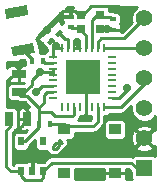
<source format=gtl>
G04 (created by PCBNEW (2013-jul-07)-stable) date Sun 10 Jul 2016 07:30:01 PM EDT*
%MOIN*%
G04 Gerber Fmt 3.4, Leading zero omitted, Abs format*
%FSLAX34Y34*%
G01*
G70*
G90*
G04 APERTURE LIST*
%ADD10C,0.00590551*%
%ADD11R,0.02X0.03*%
%ADD12R,0.045X0.025*%
%ADD13R,0.025X0.045*%
%ADD14R,0.0236X0.0157*%
%ADD15R,0.0157X0.0236*%
%ADD16R,0.01X0.03*%
%ADD17R,0.03X0.01*%
%ADD18R,0.1181X0.1181*%
%ADD19R,0.0275591X0.0275591*%
%ADD20R,0.0393701X0.0354331*%
%ADD21R,0.055X0.055*%
%ADD22C,0.055*%
%ADD23C,0.029*%
%ADD24C,0.0095*%
%ADD25C,0.011*%
G04 APERTURE END LIST*
G54D10*
G36*
X18201Y-14049D02*
X18938Y-13919D01*
X18993Y-14229D01*
X18256Y-14359D01*
X18201Y-14049D01*
X18201Y-14049D01*
G37*
G36*
X18424Y-15309D02*
X19160Y-15180D01*
X19215Y-15490D01*
X18478Y-15620D01*
X18424Y-15309D01*
X18424Y-15309D01*
G37*
G54D11*
X18737Y-19441D03*
X19487Y-19441D03*
X18737Y-18441D03*
X19112Y-19441D03*
X19487Y-18441D03*
G54D12*
X18666Y-16806D03*
X18666Y-16206D03*
G54D13*
X18350Y-17700D03*
X18950Y-17700D03*
G54D14*
X21800Y-14727D03*
X21800Y-14373D03*
X20396Y-14291D03*
X20396Y-14645D03*
G54D15*
X19122Y-15775D03*
X19476Y-15775D03*
G54D10*
G36*
X19880Y-15065D02*
X19713Y-15232D01*
X19602Y-15121D01*
X19769Y-14954D01*
X19880Y-15065D01*
X19880Y-15065D01*
G37*
G36*
X19629Y-14814D02*
X19462Y-14981D01*
X19351Y-14870D01*
X19518Y-14703D01*
X19629Y-14814D01*
X19629Y-14814D01*
G37*
G54D16*
X20314Y-15336D03*
X20511Y-15336D03*
X20708Y-15336D03*
X20117Y-15336D03*
G54D17*
X19822Y-15631D03*
X19822Y-15828D03*
X19822Y-16025D03*
X19822Y-16222D03*
X19822Y-16418D03*
X19822Y-16615D03*
X19822Y-16812D03*
X19822Y-17009D03*
G54D16*
X21495Y-17304D03*
X20117Y-17304D03*
X20314Y-17304D03*
X20511Y-17304D03*
X20708Y-17304D03*
X20904Y-17304D03*
X21101Y-17304D03*
X21298Y-17304D03*
G54D17*
X21790Y-17009D03*
X21790Y-16812D03*
X21790Y-16615D03*
X21790Y-16418D03*
X21790Y-16222D03*
X21790Y-16025D03*
X21790Y-15828D03*
X21790Y-15631D03*
G54D16*
X21495Y-15336D03*
X21298Y-15336D03*
X21101Y-15336D03*
X20904Y-15336D03*
G54D18*
X20806Y-16320D03*
G54D19*
X20759Y-14698D03*
X21388Y-14225D03*
X20759Y-14225D03*
X21388Y-14698D03*
G54D10*
G36*
X19615Y-14608D02*
X19782Y-14441D01*
X19893Y-14552D01*
X19726Y-14719D01*
X19615Y-14608D01*
X19615Y-14608D01*
G37*
G36*
X19866Y-14859D02*
X20033Y-14692D01*
X20144Y-14803D01*
X19977Y-14970D01*
X19866Y-14859D01*
X19866Y-14859D01*
G37*
G54D20*
X20187Y-18046D03*
X21880Y-18046D03*
X20187Y-19503D03*
X21880Y-19503D03*
G54D15*
X19701Y-17872D03*
X19347Y-17872D03*
G54D21*
X22856Y-19350D03*
G54D22*
X22856Y-18350D03*
X22856Y-17350D03*
X22856Y-16350D03*
X22856Y-15350D03*
X22856Y-14350D03*
G54D23*
X22274Y-16666D03*
X19361Y-16136D03*
X19896Y-15268D03*
X20608Y-15130D03*
X19000Y-18900D03*
X21335Y-19544D03*
X22203Y-14180D03*
X19444Y-15316D03*
X20907Y-17658D03*
X21315Y-18480D03*
X21604Y-14698D03*
X20810Y-16324D03*
X21144Y-16666D03*
X20466Y-16668D03*
X20450Y-15976D03*
X21136Y-15984D03*
X19617Y-14730D03*
X18676Y-15930D03*
X19249Y-16812D03*
G54D24*
X20100Y-18500D02*
X20000Y-18400D01*
X20000Y-18400D02*
X20000Y-18600D01*
X20000Y-18600D02*
X19900Y-18700D01*
X19900Y-18700D02*
X19800Y-18700D01*
X19800Y-18700D02*
X19800Y-18600D01*
X19800Y-18600D02*
X19900Y-18500D01*
X19900Y-18500D02*
X20100Y-18500D01*
X18737Y-18441D02*
X18874Y-18441D01*
X18874Y-18441D02*
X19347Y-17968D01*
X19347Y-17968D02*
X19347Y-17872D01*
X19361Y-16136D02*
X19372Y-16125D01*
X19372Y-16125D02*
X19822Y-16125D01*
X19822Y-16812D02*
X19606Y-16812D01*
X19606Y-16812D02*
X19526Y-16892D01*
X19526Y-16892D02*
X19526Y-17146D01*
X19526Y-17146D02*
X19347Y-17325D01*
X20511Y-17304D02*
X20511Y-17567D01*
X20511Y-17567D02*
X20460Y-17618D01*
X20460Y-17618D02*
X19876Y-17618D01*
X19876Y-17618D02*
X19732Y-17474D01*
X19732Y-17474D02*
X19347Y-17474D01*
X21790Y-17009D02*
X22005Y-17009D01*
X22005Y-17009D02*
X22274Y-16740D01*
X22274Y-16740D02*
X22274Y-16666D01*
X19361Y-16136D02*
X19098Y-16399D01*
X19098Y-16399D02*
X19098Y-16556D01*
X19098Y-16556D02*
X18724Y-16930D01*
X19347Y-17872D02*
X19347Y-17474D01*
X19347Y-17474D02*
X19347Y-17325D01*
X19347Y-17325D02*
X19347Y-17323D01*
X19347Y-17323D02*
X18954Y-16930D01*
X18954Y-16930D02*
X18724Y-16930D01*
X19822Y-16025D02*
X19822Y-16125D01*
X19822Y-16125D02*
X19822Y-16222D01*
X19896Y-15268D02*
X19896Y-15204D01*
X19896Y-15204D02*
X19721Y-15029D01*
X19822Y-15631D02*
X19822Y-15342D01*
X19822Y-15342D02*
X19896Y-15268D01*
X20608Y-15336D02*
X20608Y-15130D01*
X19964Y-15336D02*
X20117Y-15336D01*
X19896Y-15268D02*
X19964Y-15336D01*
X20708Y-15336D02*
X20608Y-15336D01*
X20608Y-15336D02*
X20511Y-15336D01*
X22856Y-19350D02*
X22598Y-19350D01*
X22598Y-19350D02*
X22403Y-19155D01*
X22403Y-19155D02*
X19773Y-19155D01*
X19773Y-19155D02*
X19487Y-19441D01*
X18737Y-19441D02*
X18737Y-19614D01*
X18737Y-19614D02*
X18865Y-19742D01*
X18865Y-19742D02*
X19395Y-19742D01*
X19395Y-19742D02*
X19487Y-19650D01*
X19487Y-19650D02*
X19487Y-19441D01*
X18366Y-17686D02*
X18366Y-17963D01*
X18366Y-17963D02*
X18257Y-18072D01*
X18257Y-18072D02*
X18257Y-19297D01*
X18257Y-19297D02*
X18401Y-19441D01*
X18401Y-19441D02*
X18737Y-19441D01*
X22702Y-19503D02*
X22856Y-19350D01*
X22663Y-19406D02*
X22860Y-19210D01*
X19000Y-18900D02*
X19000Y-19000D01*
X19000Y-19000D02*
X18977Y-19022D01*
X20396Y-14291D02*
X20367Y-14262D01*
X20367Y-14262D02*
X20367Y-14090D01*
X19843Y-14398D02*
X19754Y-14486D01*
X19754Y-14486D02*
X19754Y-14580D01*
X21880Y-19503D02*
X21375Y-19503D01*
X21375Y-19503D02*
X21335Y-19544D01*
X21168Y-18893D02*
X22313Y-18893D01*
X22313Y-18893D02*
X22856Y-18350D01*
X20759Y-14225D02*
X20806Y-14225D01*
X20806Y-14225D02*
X21090Y-13942D01*
X21090Y-13942D02*
X21965Y-13942D01*
X21965Y-13942D02*
X22203Y-14180D01*
X19444Y-15316D02*
X19323Y-15195D01*
X19323Y-15195D02*
X19323Y-14926D01*
X19323Y-14926D02*
X19470Y-14778D01*
X20904Y-17304D02*
X20904Y-17655D01*
X20904Y-17655D02*
X20907Y-17658D01*
X21880Y-19503D02*
X21778Y-19503D01*
X21168Y-18893D02*
X19006Y-18893D01*
X19006Y-18893D02*
X18927Y-18972D01*
X18802Y-17888D02*
X18473Y-18217D01*
X18473Y-18217D02*
X18473Y-18657D01*
X18473Y-18657D02*
X18788Y-18972D01*
X18788Y-18972D02*
X18927Y-18972D01*
X18927Y-18972D02*
X18977Y-19022D01*
X18977Y-19022D02*
X19130Y-19175D01*
X19130Y-19175D02*
X19130Y-19423D01*
X19130Y-19423D02*
X19112Y-19441D01*
X18966Y-17686D02*
X18966Y-17424D01*
X18966Y-17424D02*
X18840Y-17298D01*
X18840Y-17298D02*
X18384Y-17298D01*
X18384Y-17298D02*
X18264Y-17178D01*
X18264Y-17178D02*
X18264Y-16432D01*
X18264Y-16432D02*
X18366Y-16330D01*
X18366Y-16330D02*
X18680Y-16060D01*
X18802Y-17888D02*
X18802Y-17850D01*
X18802Y-17850D02*
X18966Y-17686D01*
X18820Y-17870D02*
X18802Y-17888D01*
X21388Y-14698D02*
X21604Y-14698D01*
X21604Y-14698D02*
X21714Y-14698D01*
X21714Y-14698D02*
X21754Y-14659D01*
X20759Y-14225D02*
X20673Y-14225D01*
X20673Y-14225D02*
X20538Y-14090D01*
X20538Y-14090D02*
X20367Y-14090D01*
X20367Y-14090D02*
X20151Y-14090D01*
X20151Y-14090D02*
X20056Y-14184D01*
X20904Y-17304D02*
X20904Y-16418D01*
X20904Y-16418D02*
X20806Y-16320D01*
X20810Y-16324D02*
X20806Y-16320D01*
X21144Y-16666D02*
X20806Y-16328D01*
X20806Y-16328D02*
X20806Y-16320D01*
X20466Y-16668D02*
X20806Y-16328D01*
X20806Y-16328D02*
X20806Y-16320D01*
X20450Y-15976D02*
X20794Y-16320D01*
X20794Y-16320D02*
X20806Y-16320D01*
X20806Y-16314D02*
X20806Y-16320D01*
X21136Y-15984D02*
X20806Y-16314D01*
X19770Y-14478D02*
X19770Y-14470D01*
X19770Y-14470D02*
X19843Y-14398D01*
X19843Y-14398D02*
X20056Y-14184D01*
X19470Y-14778D02*
X19770Y-14478D01*
X18680Y-16060D02*
X18608Y-15998D01*
X19470Y-14749D02*
X19470Y-14778D01*
X19617Y-14730D02*
X19470Y-14749D01*
X18608Y-15998D02*
X18676Y-15930D01*
X20243Y-17949D02*
X21146Y-17949D01*
X21146Y-17949D02*
X21298Y-17798D01*
X21298Y-17798D02*
X21298Y-17304D01*
X19701Y-17872D02*
X20165Y-17872D01*
X20165Y-17872D02*
X20243Y-17949D01*
X22856Y-16350D02*
X22856Y-16529D01*
X22856Y-16529D02*
X22073Y-17312D01*
X22073Y-17312D02*
X21503Y-17312D01*
X21503Y-17312D02*
X21495Y-17304D01*
X20396Y-14645D02*
X20417Y-14666D01*
X20417Y-14666D02*
X20538Y-14666D01*
X20655Y-14666D02*
X20904Y-14915D01*
X20904Y-14915D02*
X20904Y-15336D01*
X20538Y-14666D02*
X20655Y-14666D01*
X20005Y-14831D02*
X20196Y-15022D01*
X20196Y-15022D02*
X20314Y-15022D01*
X20314Y-15336D02*
X20314Y-15022D01*
X21754Y-14305D02*
X21468Y-14305D01*
X21468Y-14305D02*
X21388Y-14225D01*
X21101Y-15336D02*
X21101Y-14399D01*
X21101Y-14399D02*
X21274Y-14225D01*
X21274Y-14225D02*
X21388Y-14225D01*
X19122Y-15775D02*
X19122Y-15702D01*
X19122Y-15702D02*
X18819Y-15400D01*
X18814Y-15423D02*
X18852Y-15461D01*
X19822Y-15828D02*
X19529Y-15828D01*
X19529Y-15828D02*
X19476Y-15775D01*
X19249Y-16812D02*
X19446Y-16615D01*
X19446Y-16615D02*
X19491Y-16615D01*
X19822Y-16615D02*
X19491Y-16615D01*
X22856Y-15350D02*
X21509Y-15350D01*
X21509Y-15350D02*
X21495Y-15336D01*
X21298Y-15336D02*
X21298Y-15125D01*
X21298Y-15125D02*
X21405Y-15018D01*
X21405Y-15018D02*
X22188Y-15018D01*
X22188Y-15018D02*
X22856Y-14350D01*
G54D10*
G36*
X18878Y-15905D02*
X18856Y-15905D01*
X18714Y-15906D01*
X18671Y-15949D01*
X18671Y-16201D01*
X18678Y-16201D01*
X18678Y-16211D01*
X18671Y-16211D01*
X18671Y-16462D01*
X18714Y-16506D01*
X18847Y-16506D01*
X18837Y-16515D01*
X18408Y-16515D01*
X18347Y-16541D01*
X18301Y-16587D01*
X18284Y-16627D01*
X18284Y-16410D01*
X18292Y-16430D01*
X18341Y-16479D01*
X18406Y-16505D01*
X18475Y-16506D01*
X18617Y-16506D01*
X18661Y-16462D01*
X18661Y-16211D01*
X18653Y-16211D01*
X18653Y-16201D01*
X18661Y-16201D01*
X18661Y-15949D01*
X18617Y-15906D01*
X18475Y-15905D01*
X18406Y-15906D01*
X18341Y-15932D01*
X18292Y-15982D01*
X18284Y-16001D01*
X18284Y-15805D01*
X18672Y-15805D01*
X18735Y-15742D01*
X18842Y-15723D01*
X18878Y-15759D01*
X18878Y-15905D01*
X18878Y-15905D01*
G37*
G54D25*
X18878Y-15905D02*
X18856Y-15905D01*
X18714Y-15906D01*
X18671Y-15949D01*
X18671Y-16201D01*
X18678Y-16201D01*
X18678Y-16211D01*
X18671Y-16211D01*
X18671Y-16462D01*
X18714Y-16506D01*
X18847Y-16506D01*
X18837Y-16515D01*
X18408Y-16515D01*
X18347Y-16541D01*
X18301Y-16587D01*
X18284Y-16627D01*
X18284Y-16410D01*
X18292Y-16430D01*
X18341Y-16479D01*
X18406Y-16505D01*
X18475Y-16506D01*
X18617Y-16506D01*
X18661Y-16462D01*
X18661Y-16211D01*
X18653Y-16211D01*
X18653Y-16201D01*
X18661Y-16201D01*
X18661Y-15949D01*
X18617Y-15906D01*
X18475Y-15905D01*
X18406Y-15906D01*
X18341Y-15932D01*
X18292Y-15982D01*
X18284Y-16001D01*
X18284Y-15805D01*
X18672Y-15805D01*
X18735Y-15742D01*
X18842Y-15723D01*
X18878Y-15759D01*
X18878Y-15905D01*
G54D10*
G36*
X20477Y-13984D02*
X20472Y-13988D01*
X20452Y-14037D01*
X20444Y-14037D01*
X20401Y-14081D01*
X20401Y-14286D01*
X20408Y-14286D01*
X20408Y-14296D01*
X20401Y-14296D01*
X20401Y-14303D01*
X20391Y-14303D01*
X20391Y-14296D01*
X20146Y-14296D01*
X20103Y-14339D01*
X20102Y-14404D01*
X20129Y-14468D01*
X20136Y-14475D01*
X20113Y-14533D01*
X20113Y-14546D01*
X20068Y-14528D01*
X20068Y-14517D01*
X20042Y-14453D01*
X19996Y-14408D01*
X19934Y-14408D01*
X19761Y-14580D01*
X19767Y-14586D01*
X19760Y-14593D01*
X19754Y-14587D01*
X19672Y-14670D01*
X19670Y-14670D01*
X19497Y-14842D01*
X19503Y-14848D01*
X19496Y-14855D01*
X19490Y-14849D01*
X19318Y-15022D01*
X19318Y-15084D01*
X19363Y-15130D01*
X19427Y-15156D01*
X19438Y-15156D01*
X19462Y-15214D01*
X19508Y-15260D01*
X19592Y-15344D01*
X19609Y-15386D01*
X19609Y-15428D01*
X19578Y-15441D01*
X19532Y-15487D01*
X19530Y-15491D01*
X19521Y-15491D01*
X19383Y-15491D01*
X19372Y-15429D01*
X19317Y-15119D01*
X19282Y-15063D01*
X19255Y-15044D01*
X19255Y-15022D01*
X19262Y-15015D01*
X19311Y-15015D01*
X19483Y-14842D01*
X19478Y-14837D01*
X19485Y-14830D01*
X19490Y-14835D01*
X19573Y-14753D01*
X19575Y-14753D01*
X19747Y-14580D01*
X19742Y-14575D01*
X19749Y-14568D01*
X19754Y-14573D01*
X19927Y-14401D01*
X19927Y-14350D01*
X20105Y-14172D01*
X20102Y-14177D01*
X20103Y-14242D01*
X20146Y-14286D01*
X20391Y-14286D01*
X20391Y-14081D01*
X20347Y-14037D01*
X20312Y-14037D01*
X20243Y-14037D01*
X20238Y-14039D01*
X20293Y-13984D01*
X20477Y-13984D01*
X20477Y-13984D01*
G37*
G54D25*
X20477Y-13984D02*
X20472Y-13988D01*
X20452Y-14037D01*
X20444Y-14037D01*
X20401Y-14081D01*
X20401Y-14286D01*
X20408Y-14286D01*
X20408Y-14296D01*
X20401Y-14296D01*
X20401Y-14303D01*
X20391Y-14303D01*
X20391Y-14296D01*
X20146Y-14296D01*
X20103Y-14339D01*
X20102Y-14404D01*
X20129Y-14468D01*
X20136Y-14475D01*
X20113Y-14533D01*
X20113Y-14546D01*
X20068Y-14528D01*
X20068Y-14517D01*
X20042Y-14453D01*
X19996Y-14408D01*
X19934Y-14408D01*
X19761Y-14580D01*
X19767Y-14586D01*
X19760Y-14593D01*
X19754Y-14587D01*
X19672Y-14670D01*
X19670Y-14670D01*
X19497Y-14842D01*
X19503Y-14848D01*
X19496Y-14855D01*
X19490Y-14849D01*
X19318Y-15022D01*
X19318Y-15084D01*
X19363Y-15130D01*
X19427Y-15156D01*
X19438Y-15156D01*
X19462Y-15214D01*
X19508Y-15260D01*
X19592Y-15344D01*
X19609Y-15386D01*
X19609Y-15428D01*
X19578Y-15441D01*
X19532Y-15487D01*
X19530Y-15491D01*
X19521Y-15491D01*
X19383Y-15491D01*
X19372Y-15429D01*
X19317Y-15119D01*
X19282Y-15063D01*
X19255Y-15044D01*
X19255Y-15022D01*
X19262Y-15015D01*
X19311Y-15015D01*
X19483Y-14842D01*
X19478Y-14837D01*
X19485Y-14830D01*
X19490Y-14835D01*
X19573Y-14753D01*
X19575Y-14753D01*
X19747Y-14580D01*
X19742Y-14575D01*
X19749Y-14568D01*
X19754Y-14573D01*
X19927Y-14401D01*
X19927Y-14350D01*
X20105Y-14172D01*
X20102Y-14177D01*
X20103Y-14242D01*
X20146Y-14286D01*
X20391Y-14286D01*
X20391Y-14081D01*
X20347Y-14037D01*
X20312Y-14037D01*
X20243Y-14037D01*
X20238Y-14039D01*
X20293Y-13984D01*
X20477Y-13984D01*
G54D10*
G36*
X20771Y-14230D02*
X20764Y-14230D01*
X20764Y-14238D01*
X20754Y-14238D01*
X20754Y-14230D01*
X20746Y-14230D01*
X20746Y-14220D01*
X20754Y-14220D01*
X20754Y-14212D01*
X20764Y-14212D01*
X20764Y-14220D01*
X20771Y-14220D01*
X20771Y-14230D01*
X20771Y-14230D01*
G37*
G54D25*
X20771Y-14230D02*
X20764Y-14230D01*
X20764Y-14238D01*
X20754Y-14238D01*
X20754Y-14230D01*
X20746Y-14230D01*
X20746Y-14220D01*
X20754Y-14220D01*
X20754Y-14212D01*
X20764Y-14212D01*
X20764Y-14220D01*
X20771Y-14220D01*
X20771Y-14230D01*
G54D10*
G36*
X20818Y-16325D02*
X20811Y-16325D01*
X20811Y-16332D01*
X20801Y-16332D01*
X20801Y-16325D01*
X20793Y-16325D01*
X20793Y-16315D01*
X20801Y-16315D01*
X20801Y-16307D01*
X20811Y-16307D01*
X20811Y-16315D01*
X20818Y-16315D01*
X20818Y-16325D01*
X20818Y-16325D01*
G37*
G54D25*
X20818Y-16325D02*
X20811Y-16325D01*
X20811Y-16332D01*
X20801Y-16332D01*
X20801Y-16325D01*
X20793Y-16325D01*
X20793Y-16315D01*
X20801Y-16315D01*
X20801Y-16307D01*
X20811Y-16307D01*
X20811Y-16315D01*
X20818Y-16315D01*
X20818Y-16325D01*
G54D10*
G36*
X21085Y-17709D02*
X21058Y-17737D01*
X20641Y-17737D01*
X20661Y-17717D01*
X20707Y-17648D01*
X20707Y-17648D01*
X20713Y-17619D01*
X20790Y-17619D01*
X20792Y-17618D01*
X20819Y-17629D01*
X20855Y-17629D01*
X20899Y-17585D01*
X20899Y-17544D01*
X20904Y-17531D01*
X20909Y-17542D01*
X20909Y-17585D01*
X20952Y-17629D01*
X20988Y-17629D01*
X21015Y-17617D01*
X21018Y-17618D01*
X21083Y-17619D01*
X21085Y-17619D01*
X21085Y-17709D01*
X21085Y-17709D01*
G37*
G54D25*
X21085Y-17709D02*
X21058Y-17737D01*
X20641Y-17737D01*
X20661Y-17717D01*
X20707Y-17648D01*
X20707Y-17648D01*
X20713Y-17619D01*
X20790Y-17619D01*
X20792Y-17618D01*
X20819Y-17629D01*
X20855Y-17629D01*
X20899Y-17585D01*
X20899Y-17544D01*
X20904Y-17531D01*
X20909Y-17542D01*
X20909Y-17585D01*
X20952Y-17629D01*
X20988Y-17629D01*
X21015Y-17617D01*
X21018Y-17618D01*
X21083Y-17619D01*
X21085Y-17619D01*
X21085Y-17709D01*
G54D10*
G36*
X21401Y-14703D02*
X21393Y-14703D01*
X21393Y-14711D01*
X21383Y-14711D01*
X21383Y-14703D01*
X21376Y-14703D01*
X21376Y-14693D01*
X21383Y-14693D01*
X21383Y-14685D01*
X21393Y-14685D01*
X21393Y-14693D01*
X21401Y-14693D01*
X21401Y-14703D01*
X21401Y-14703D01*
G37*
G54D25*
X21401Y-14703D02*
X21393Y-14703D01*
X21393Y-14711D01*
X21383Y-14711D01*
X21383Y-14703D01*
X21376Y-14703D01*
X21376Y-14693D01*
X21383Y-14693D01*
X21383Y-14685D01*
X21393Y-14685D01*
X21393Y-14693D01*
X21401Y-14693D01*
X21401Y-14703D01*
G54D10*
G36*
X22439Y-19715D02*
X22251Y-19715D01*
X22252Y-19646D01*
X22251Y-19552D01*
X22208Y-19508D01*
X21885Y-19508D01*
X21885Y-19516D01*
X21875Y-19516D01*
X21875Y-19508D01*
X21552Y-19508D01*
X21508Y-19552D01*
X21508Y-19646D01*
X21508Y-19715D01*
X20548Y-19715D01*
X20549Y-19713D01*
X20549Y-19648D01*
X20549Y-19367D01*
X21508Y-19367D01*
X21508Y-19454D01*
X21552Y-19498D01*
X21875Y-19498D01*
X21875Y-19490D01*
X21885Y-19490D01*
X21885Y-19498D01*
X22208Y-19498D01*
X22251Y-19454D01*
X22252Y-19367D01*
X22314Y-19367D01*
X22415Y-19468D01*
X22415Y-19657D01*
X22439Y-19715D01*
X22439Y-19715D01*
G37*
G54D25*
X22439Y-19715D02*
X22251Y-19715D01*
X22252Y-19646D01*
X22251Y-19552D01*
X22208Y-19508D01*
X21885Y-19508D01*
X21885Y-19516D01*
X21875Y-19516D01*
X21875Y-19508D01*
X21552Y-19508D01*
X21508Y-19552D01*
X21508Y-19646D01*
X21508Y-19715D01*
X20548Y-19715D01*
X20549Y-19713D01*
X20549Y-19648D01*
X20549Y-19367D01*
X21508Y-19367D01*
X21508Y-19454D01*
X21552Y-19498D01*
X21875Y-19498D01*
X21875Y-19490D01*
X21885Y-19490D01*
X21885Y-19498D01*
X22208Y-19498D01*
X22251Y-19454D01*
X22252Y-19367D01*
X22314Y-19367D01*
X22415Y-19468D01*
X22415Y-19657D01*
X22439Y-19715D01*
G54D10*
G36*
X22599Y-13984D02*
X22483Y-14100D01*
X22416Y-14262D01*
X22415Y-14437D01*
X22431Y-14474D01*
X22099Y-14805D01*
X22093Y-14805D01*
X22093Y-14775D01*
X22049Y-14732D01*
X21805Y-14732D01*
X21805Y-14739D01*
X21795Y-14739D01*
X21795Y-14732D01*
X21787Y-14732D01*
X21787Y-14722D01*
X21795Y-14722D01*
X21795Y-14714D01*
X21805Y-14714D01*
X21805Y-14722D01*
X22049Y-14722D01*
X22093Y-14678D01*
X22093Y-14613D01*
X22066Y-14549D01*
X22059Y-14542D01*
X22082Y-14484D01*
X22083Y-14418D01*
X22083Y-14261D01*
X22057Y-14201D01*
X22011Y-14154D01*
X21950Y-14129D01*
X21885Y-14129D01*
X21866Y-14129D01*
X21835Y-14108D01*
X21754Y-14092D01*
X21691Y-14092D01*
X21691Y-14055D01*
X21666Y-13994D01*
X21656Y-13984D01*
X22599Y-13984D01*
X22599Y-13984D01*
G37*
G54D25*
X22599Y-13984D02*
X22483Y-14100D01*
X22416Y-14262D01*
X22415Y-14437D01*
X22431Y-14474D01*
X22099Y-14805D01*
X22093Y-14805D01*
X22093Y-14775D01*
X22049Y-14732D01*
X21805Y-14732D01*
X21805Y-14739D01*
X21795Y-14739D01*
X21795Y-14732D01*
X21787Y-14732D01*
X21787Y-14722D01*
X21795Y-14722D01*
X21795Y-14714D01*
X21805Y-14714D01*
X21805Y-14722D01*
X22049Y-14722D01*
X22093Y-14678D01*
X22093Y-14613D01*
X22066Y-14549D01*
X22059Y-14542D01*
X22082Y-14484D01*
X22083Y-14418D01*
X22083Y-14261D01*
X22057Y-14201D01*
X22011Y-14154D01*
X21950Y-14129D01*
X21885Y-14129D01*
X21866Y-14129D01*
X21835Y-14108D01*
X21754Y-14092D01*
X21691Y-14092D01*
X21691Y-14055D01*
X21666Y-13994D01*
X21656Y-13984D01*
X22599Y-13984D01*
G54D10*
G36*
X23215Y-18931D02*
X23163Y-18910D01*
X23145Y-18910D01*
X23145Y-18647D01*
X22856Y-18357D01*
X22848Y-18364D01*
X22848Y-18350D01*
X22558Y-18060D01*
X22481Y-18084D01*
X22408Y-18247D01*
X22403Y-18426D01*
X22467Y-18593D01*
X22481Y-18615D01*
X22558Y-18639D01*
X22848Y-18350D01*
X22848Y-18364D01*
X22566Y-18647D01*
X22590Y-18724D01*
X22753Y-18797D01*
X22932Y-18802D01*
X23099Y-18738D01*
X23121Y-18724D01*
X23145Y-18647D01*
X23145Y-18910D01*
X23098Y-18909D01*
X22548Y-18909D01*
X22487Y-18935D01*
X22467Y-18955D01*
X22403Y-18942D01*
X22242Y-18942D01*
X22242Y-18191D01*
X22242Y-17837D01*
X22216Y-17776D01*
X22170Y-17730D01*
X22109Y-17704D01*
X22044Y-17704D01*
X21650Y-17704D01*
X21589Y-17729D01*
X21543Y-17776D01*
X21518Y-17836D01*
X21518Y-17902D01*
X21518Y-18256D01*
X21543Y-18317D01*
X21589Y-18363D01*
X21650Y-18389D01*
X21715Y-18389D01*
X22109Y-18389D01*
X22170Y-18364D01*
X22216Y-18317D01*
X22241Y-18257D01*
X22242Y-18191D01*
X22242Y-18942D01*
X19773Y-18942D01*
X19691Y-18958D01*
X19622Y-19004D01*
X19501Y-19125D01*
X19354Y-19125D01*
X19311Y-19143D01*
X19311Y-19142D01*
X19246Y-19115D01*
X19160Y-19116D01*
X19117Y-19159D01*
X19117Y-19436D01*
X19124Y-19436D01*
X19124Y-19446D01*
X19117Y-19446D01*
X19117Y-19453D01*
X19107Y-19453D01*
X19107Y-19446D01*
X19099Y-19446D01*
X19099Y-19436D01*
X19107Y-19436D01*
X19107Y-19159D01*
X19063Y-19116D01*
X18977Y-19115D01*
X18913Y-19142D01*
X18912Y-19143D01*
X18869Y-19126D01*
X18804Y-19125D01*
X18604Y-19125D01*
X18543Y-19151D01*
X18497Y-19197D01*
X18485Y-19225D01*
X18469Y-19208D01*
X18469Y-18160D01*
X18516Y-18113D01*
X18540Y-18076D01*
X18540Y-18076D01*
X18568Y-18064D01*
X18614Y-18018D01*
X18639Y-17957D01*
X18640Y-17892D01*
X18640Y-17442D01*
X18614Y-17381D01*
X18568Y-17335D01*
X18507Y-17310D01*
X18442Y-17309D01*
X18284Y-17309D01*
X18284Y-16984D01*
X18301Y-17024D01*
X18347Y-17070D01*
X18408Y-17095D01*
X18473Y-17096D01*
X18597Y-17096D01*
X18642Y-17126D01*
X18642Y-17126D01*
X18724Y-17142D01*
X18865Y-17142D01*
X19023Y-17299D01*
X18998Y-17300D01*
X18955Y-17343D01*
X18955Y-17695D01*
X18962Y-17695D01*
X18962Y-17705D01*
X18955Y-17705D01*
X18955Y-17712D01*
X18945Y-17712D01*
X18945Y-17705D01*
X18945Y-17695D01*
X18945Y-17343D01*
X18901Y-17300D01*
X18790Y-17299D01*
X18726Y-17326D01*
X18676Y-17375D01*
X18650Y-17440D01*
X18649Y-17509D01*
X18650Y-17651D01*
X18693Y-17695D01*
X18945Y-17695D01*
X18945Y-17705D01*
X18693Y-17705D01*
X18650Y-17748D01*
X18649Y-17890D01*
X18650Y-17959D01*
X18676Y-18024D01*
X18726Y-18073D01*
X18790Y-18100D01*
X18901Y-18100D01*
X18944Y-18056D01*
X18944Y-18069D01*
X18883Y-18131D01*
X18869Y-18126D01*
X18804Y-18125D01*
X18604Y-18125D01*
X18543Y-18151D01*
X18497Y-18197D01*
X18472Y-18258D01*
X18471Y-18323D01*
X18471Y-18623D01*
X18497Y-18684D01*
X18543Y-18730D01*
X18604Y-18755D01*
X18669Y-18756D01*
X18869Y-18756D01*
X18930Y-18730D01*
X18976Y-18684D01*
X19001Y-18623D01*
X19001Y-18606D01*
X19024Y-18591D01*
X19221Y-18393D01*
X19221Y-18623D01*
X19247Y-18684D01*
X19293Y-18730D01*
X19354Y-18755D01*
X19419Y-18756D01*
X19598Y-18756D01*
X19603Y-18781D01*
X19649Y-18850D01*
X19718Y-18896D01*
X19800Y-18912D01*
X19900Y-18912D01*
X19981Y-18896D01*
X19981Y-18896D01*
X20050Y-18850D01*
X20150Y-18750D01*
X20190Y-18690D01*
X20250Y-18650D01*
X20296Y-18581D01*
X20312Y-18500D01*
X20296Y-18418D01*
X20296Y-18418D01*
X20276Y-18389D01*
X20416Y-18389D01*
X20477Y-18364D01*
X20523Y-18317D01*
X20549Y-18257D01*
X20549Y-18191D01*
X20549Y-18162D01*
X21146Y-18162D01*
X21227Y-18146D01*
X21227Y-18146D01*
X21296Y-18100D01*
X21448Y-17948D01*
X21494Y-17879D01*
X21494Y-17879D01*
X21510Y-17798D01*
X21510Y-17619D01*
X21577Y-17619D01*
X21638Y-17593D01*
X21684Y-17547D01*
X21694Y-17524D01*
X22073Y-17524D01*
X22154Y-17508D01*
X22154Y-17508D01*
X22223Y-17462D01*
X22416Y-17269D01*
X22415Y-17437D01*
X22482Y-17598D01*
X22606Y-17722D01*
X22768Y-17789D01*
X22943Y-17790D01*
X23104Y-17723D01*
X23215Y-17613D01*
X23215Y-18079D01*
X23153Y-18060D01*
X23145Y-18067D01*
X23145Y-18052D01*
X23121Y-17975D01*
X22958Y-17902D01*
X22779Y-17897D01*
X22612Y-17961D01*
X22590Y-17975D01*
X22566Y-18052D01*
X22856Y-18342D01*
X23145Y-18052D01*
X23145Y-18067D01*
X22863Y-18350D01*
X23153Y-18639D01*
X23215Y-18620D01*
X23215Y-18931D01*
X23215Y-18931D01*
G37*
G54D25*
X23215Y-18931D02*
X23163Y-18910D01*
X23145Y-18910D01*
X23145Y-18647D01*
X22856Y-18357D01*
X22848Y-18364D01*
X22848Y-18350D01*
X22558Y-18060D01*
X22481Y-18084D01*
X22408Y-18247D01*
X22403Y-18426D01*
X22467Y-18593D01*
X22481Y-18615D01*
X22558Y-18639D01*
X22848Y-18350D01*
X22848Y-18364D01*
X22566Y-18647D01*
X22590Y-18724D01*
X22753Y-18797D01*
X22932Y-18802D01*
X23099Y-18738D01*
X23121Y-18724D01*
X23145Y-18647D01*
X23145Y-18910D01*
X23098Y-18909D01*
X22548Y-18909D01*
X22487Y-18935D01*
X22467Y-18955D01*
X22403Y-18942D01*
X22242Y-18942D01*
X22242Y-18191D01*
X22242Y-17837D01*
X22216Y-17776D01*
X22170Y-17730D01*
X22109Y-17704D01*
X22044Y-17704D01*
X21650Y-17704D01*
X21589Y-17729D01*
X21543Y-17776D01*
X21518Y-17836D01*
X21518Y-17902D01*
X21518Y-18256D01*
X21543Y-18317D01*
X21589Y-18363D01*
X21650Y-18389D01*
X21715Y-18389D01*
X22109Y-18389D01*
X22170Y-18364D01*
X22216Y-18317D01*
X22241Y-18257D01*
X22242Y-18191D01*
X22242Y-18942D01*
X19773Y-18942D01*
X19691Y-18958D01*
X19622Y-19004D01*
X19501Y-19125D01*
X19354Y-19125D01*
X19311Y-19143D01*
X19311Y-19142D01*
X19246Y-19115D01*
X19160Y-19116D01*
X19117Y-19159D01*
X19117Y-19436D01*
X19124Y-19436D01*
X19124Y-19446D01*
X19117Y-19446D01*
X19117Y-19453D01*
X19107Y-19453D01*
X19107Y-19446D01*
X19099Y-19446D01*
X19099Y-19436D01*
X19107Y-19436D01*
X19107Y-19159D01*
X19063Y-19116D01*
X18977Y-19115D01*
X18913Y-19142D01*
X18912Y-19143D01*
X18869Y-19126D01*
X18804Y-19125D01*
X18604Y-19125D01*
X18543Y-19151D01*
X18497Y-19197D01*
X18485Y-19225D01*
X18469Y-19208D01*
X18469Y-18160D01*
X18516Y-18113D01*
X18540Y-18076D01*
X18540Y-18076D01*
X18568Y-18064D01*
X18614Y-18018D01*
X18639Y-17957D01*
X18640Y-17892D01*
X18640Y-17442D01*
X18614Y-17381D01*
X18568Y-17335D01*
X18507Y-17310D01*
X18442Y-17309D01*
X18284Y-17309D01*
X18284Y-16984D01*
X18301Y-17024D01*
X18347Y-17070D01*
X18408Y-17095D01*
X18473Y-17096D01*
X18597Y-17096D01*
X18642Y-17126D01*
X18642Y-17126D01*
X18724Y-17142D01*
X18865Y-17142D01*
X19023Y-17299D01*
X18998Y-17300D01*
X18955Y-17343D01*
X18955Y-17695D01*
X18962Y-17695D01*
X18962Y-17705D01*
X18955Y-17705D01*
X18955Y-17712D01*
X18945Y-17712D01*
X18945Y-17705D01*
X18945Y-17695D01*
X18945Y-17343D01*
X18901Y-17300D01*
X18790Y-17299D01*
X18726Y-17326D01*
X18676Y-17375D01*
X18650Y-17440D01*
X18649Y-17509D01*
X18650Y-17651D01*
X18693Y-17695D01*
X18945Y-17695D01*
X18945Y-17705D01*
X18693Y-17705D01*
X18650Y-17748D01*
X18649Y-17890D01*
X18650Y-17959D01*
X18676Y-18024D01*
X18726Y-18073D01*
X18790Y-18100D01*
X18901Y-18100D01*
X18944Y-18056D01*
X18944Y-18069D01*
X18883Y-18131D01*
X18869Y-18126D01*
X18804Y-18125D01*
X18604Y-18125D01*
X18543Y-18151D01*
X18497Y-18197D01*
X18472Y-18258D01*
X18471Y-18323D01*
X18471Y-18623D01*
X18497Y-18684D01*
X18543Y-18730D01*
X18604Y-18755D01*
X18669Y-18756D01*
X18869Y-18756D01*
X18930Y-18730D01*
X18976Y-18684D01*
X19001Y-18623D01*
X19001Y-18606D01*
X19024Y-18591D01*
X19221Y-18393D01*
X19221Y-18623D01*
X19247Y-18684D01*
X19293Y-18730D01*
X19354Y-18755D01*
X19419Y-18756D01*
X19598Y-18756D01*
X19603Y-18781D01*
X19649Y-18850D01*
X19718Y-18896D01*
X19800Y-18912D01*
X19900Y-18912D01*
X19981Y-18896D01*
X19981Y-18896D01*
X20050Y-18850D01*
X20150Y-18750D01*
X20190Y-18690D01*
X20250Y-18650D01*
X20296Y-18581D01*
X20312Y-18500D01*
X20296Y-18418D01*
X20296Y-18418D01*
X20276Y-18389D01*
X20416Y-18389D01*
X20477Y-18364D01*
X20523Y-18317D01*
X20549Y-18257D01*
X20549Y-18191D01*
X20549Y-18162D01*
X21146Y-18162D01*
X21227Y-18146D01*
X21227Y-18146D01*
X21296Y-18100D01*
X21448Y-17948D01*
X21494Y-17879D01*
X21494Y-17879D01*
X21510Y-17798D01*
X21510Y-17619D01*
X21577Y-17619D01*
X21638Y-17593D01*
X21684Y-17547D01*
X21694Y-17524D01*
X22073Y-17524D01*
X22154Y-17508D01*
X22154Y-17508D01*
X22223Y-17462D01*
X22416Y-17269D01*
X22415Y-17437D01*
X22482Y-17598D01*
X22606Y-17722D01*
X22768Y-17789D01*
X22943Y-17790D01*
X23104Y-17723D01*
X23215Y-17613D01*
X23215Y-18079D01*
X23153Y-18060D01*
X23145Y-18067D01*
X23145Y-18052D01*
X23121Y-17975D01*
X22958Y-17902D01*
X22779Y-17897D01*
X22612Y-17961D01*
X22590Y-17975D01*
X22566Y-18052D01*
X22856Y-18342D01*
X23145Y-18052D01*
X23145Y-18067D01*
X22863Y-18350D01*
X23153Y-18639D01*
X23215Y-18620D01*
X23215Y-18931D01*
M02*

</source>
